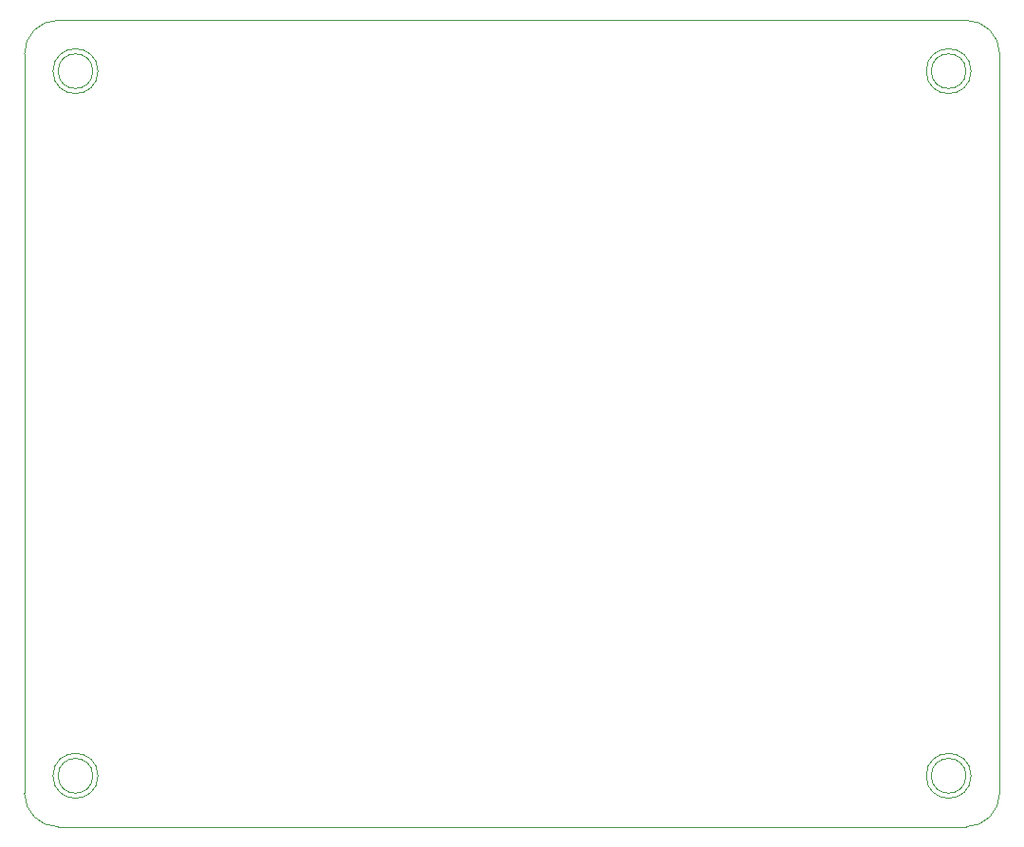
<source format=gbr>
%TF.GenerationSoftware,KiCad,Pcbnew,(6.0.6)*%
%TF.CreationDate,2023-08-17T02:29:12+09:00*%
%TF.ProjectId,SensorBoardLH,53656e73-6f72-4426-9f61-72644c482e6b,rev?*%
%TF.SameCoordinates,Original*%
%TF.FileFunction,Profile,NP*%
%FSLAX46Y46*%
G04 Gerber Fmt 4.6, Leading zero omitted, Abs format (unit mm)*
G04 Created by KiCad (PCBNEW (6.0.6)) date 2023-08-17 02:29:12*
%MOMM*%
%LPD*%
G01*
G04 APERTURE LIST*
%TA.AperFunction,Profile*%
%ADD10C,0.010000*%
%TD*%
G04 APERTURE END LIST*
D10*
X191140034Y-127849999D02*
X110139999Y-127849966D01*
X191130000Y-60400000D02*
G75*
G03*
X191130000Y-60400000I-1550000J0D01*
G01*
X107130001Y-58860000D02*
X107130000Y-124860000D01*
X194130001Y-58840000D02*
X194130000Y-124840000D01*
X113230000Y-123300000D02*
G75*
G03*
X113230000Y-123300000I-1550000J0D01*
G01*
X191140034Y-127850000D02*
G75*
G03*
X194130000Y-124840000I-10034J3000000D01*
G01*
X191580000Y-60400000D02*
G75*
G03*
X191580000Y-60400000I-2000000J0D01*
G01*
X113230000Y-60400000D02*
G75*
G03*
X113230000Y-60400000I-1550000J0D01*
G01*
X113680000Y-60400000D02*
G75*
G03*
X113680000Y-60400000I-2000000J0D01*
G01*
X113680000Y-123300000D02*
G75*
G03*
X113680000Y-123300000I-2000000J0D01*
G01*
X194129983Y-58839983D02*
G75*
G03*
X191119984Y-55850017I-2999983J-10017D01*
G01*
X191120002Y-55850034D02*
X110119967Y-55850001D01*
X107130034Y-124860000D02*
G75*
G03*
X110139999Y-127849966I2999966J10000D01*
G01*
X191130000Y-123300000D02*
G75*
G03*
X191130000Y-123300000I-1550000J0D01*
G01*
X191580000Y-123300000D02*
G75*
G03*
X191580000Y-123300000I-2000000J0D01*
G01*
X110119967Y-55850001D02*
G75*
G03*
X107130001Y-58860000I10033J-2999999D01*
G01*
M02*

</source>
